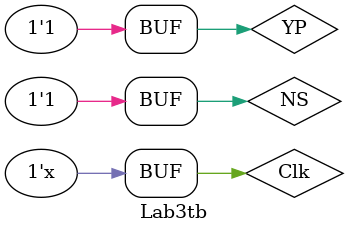
<source format=v>
`timescale 1ns / 1ps

module Lab3tb;

    reg YP;
    reg NS;
    reg Clk;

    wire HYL, HRL, HW, HDNW;


ASM uut(
    .YP(YP),
    .NS(NS),
    .Clk(Clk),
    .HYL(HYL),
    .HRL(HRL),
    .HW(HW),
    .HDNW(HDNW)
    );


initial
    Clk <= 0;

always
    #5 Clk = ~Clk;

initial
begin
    $dumpfile("Lab3.vcd");
    $dumpvars(0,Lab3tb);

    YP = 1'b0;
    NS = 1'b1;
    #10;

    YP = 1'b1;
    #10;
end

endmodule

</source>
